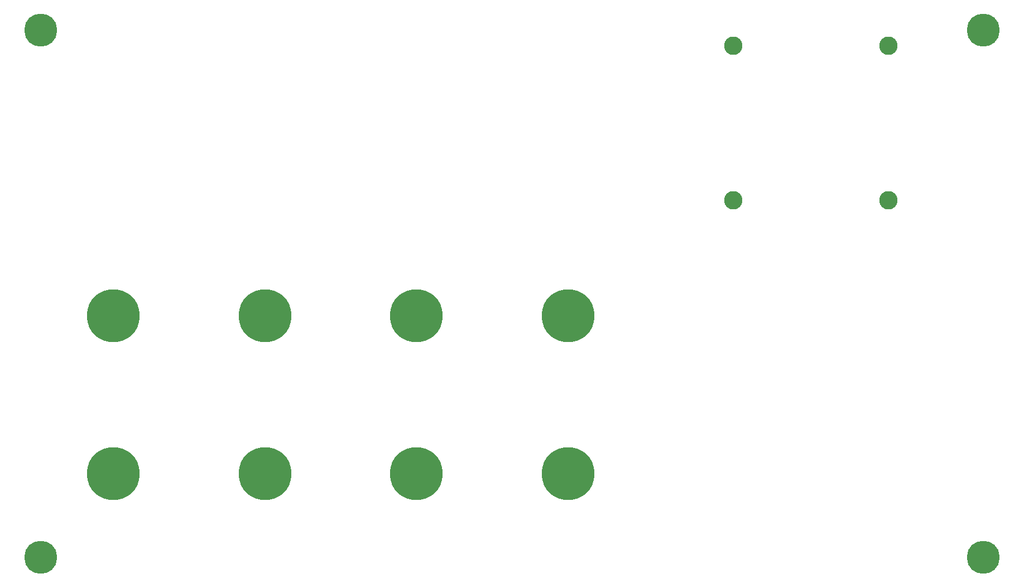
<source format=gbr>
%TF.GenerationSoftware,KiCad,Pcbnew,9.0.2*%
%TF.CreationDate,2025-08-22T18:26:35+01:00*%
%TF.ProjectId,MC8P_MIDI_CONTROLLER,4d433850-5f4d-4494-9449-5f434f4e5452,rev?*%
%TF.SameCoordinates,Original*%
%TF.FileFunction,Soldermask,Bot*%
%TF.FilePolarity,Negative*%
%FSLAX46Y46*%
G04 Gerber Fmt 4.6, Leading zero omitted, Abs format (unit mm)*
G04 Created by KiCad (PCBNEW 9.0.2) date 2025-08-22 18:26:35*
%MOMM*%
%LPD*%
G01*
G04 APERTURE LIST*
%ADD10C,8.000000*%
%ADD11C,5.000000*%
%ADD12C,2.800000*%
G04 APERTURE END LIST*
D10*
%TO.C,REF\u002A\u002A*%
X82980000Y-161284200D03*
%TD*%
%TO.C,REF\u002A\u002A*%
X105982700Y-161284200D03*
%TD*%
%TO.C,REF\u002A\u002A*%
X82982700Y-185244200D03*
%TD*%
D11*
%TO.C,*%
X168980000Y-198000000D03*
%TD*%
D10*
%TO.C,REF\u002A\u002A*%
X59982700Y-185244200D03*
%TD*%
D11*
%TO.C,*%
X25980000Y-198000000D03*
%TD*%
D10*
%TO.C,REF\u002A\u002A*%
X59980000Y-161284200D03*
%TD*%
D11*
%TO.C,*%
X168980000Y-118000000D03*
%TD*%
D10*
%TO.C,REF\u002A\u002A*%
X36982700Y-185244200D03*
%TD*%
%TO.C,REF\u002A\u002A*%
X36982700Y-161284200D03*
%TD*%
%TO.C,REF\u002A\u002A*%
X105982700Y-185244200D03*
%TD*%
D11*
%TO.C,*%
X25980000Y-118000000D03*
%TD*%
D12*
%TO.C,SSD1306*%
X154540000Y-143805000D03*
X154540000Y-120305000D03*
X131040000Y-143805000D03*
X131040000Y-120305000D03*
%TD*%
M02*

</source>
